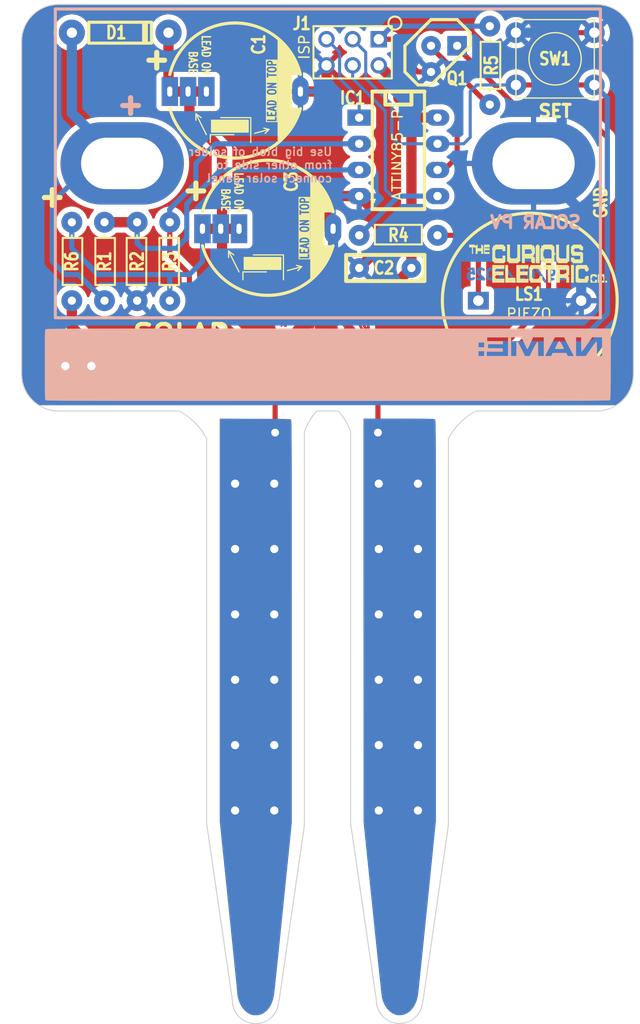
<source format=kicad_pcb>
(kicad_pcb (version 20241229) (generator "pcbnew") (generator_version "9.0")
  (layers (0 "F.Cu" signal) (2 "B.Cu" signal) (13 "F.Paste" user) (15 "B.Paste" user) (5 "F.SilkS" user "F.Silkscreen") (7 "B.SilkS" user "B.Silkscreen") (1 "F.Mask" user) (3 "B.Mask" user) (25 "Edge.Cuts" user))
  (net 0 "")
  (net 1 "GND")
  (net 2 "Net-(D1-A)")
  (net 3 "VCC")
  (net 4 "Net-(D2-A)")
  (net 5 "Net-(IC1-PB5(~{RESET}{slash}dW{slash}ADC0{slash}PCINT5))")
  (net 6 "/Vsolar")
  (net 7 "Net-(P3-Pin_2)")
  (net 8 "/LED")
  (net 9 "Net-(Q1-B)")
  (net 10 "/SOIL_POWER")
  (net 11 "/PIEZO")
  (net 12 "/SOIL_SENSE")
  (net 13 "Net-(LS1-Pad1)")
  (footprint "REInnovationFootprint:TH_Diode_1" (layer "F.Cu") (at 112.268 88.265)
    (property "Reference" "D1")
    (property "Value" "1N5819" (hide yes))
  )
  (footprint "REInnovationFootprint:LED-5MM_larg_pad_REV" (layer "F.Cu") (at 108.585 120.65 180)
    (property "Reference" "D2")
    (property "Value" "LED" (hide yes))
  )
  (footprint "REInnovationFootprint:DIP-8_300_ELL" (layer "F.Cu") (at 139.7 104.14 -90)
    (property "Reference" "IC1")
    (property "Value" "ATTINY85-P")
  )
  (footprint "REInnovationFootprint:TH3x2_ISP" (layer "F.Cu") (at 134.62 90.17 180)
    (property "Reference" "J1")
    (property "Value" "ISP")
  )
  (footprint "REInnovationFootprint:TO92-EBC_large_pad" (layer "F.Cu") (at 144.145 90.805)
    (property "Reference" "Q1")
    (property "Value" "BC547" (hide yes))
  )
  (footprint "REInnovationFootprint:TH_Resistor_1" (layer "F.Cu") (at 111.125 110.49 -90)
    (property "Reference" "R1")
    (property "Value" "470k" (hide yes))
  )
  (footprint "REInnovationFootprint:TH_Resistor_1" (layer "F.Cu") (at 114.3 110.49 90)
    (property "Reference" "R2")
    (property "Value" "10k" (hide yes))
  )
  (footprint "REInnovationFootprint:TH_Resistor_1" (layer "F.Cu") (at 117.475 110.49 90)
    (property "Reference" "R3")
    (property "Value" "100k" (hide yes))
  )
  (footprint "REInnovationFootprint:TH_Resistor_1" (layer "F.Cu") (at 139.7 107.95)
    (property "Reference" "R4")
    (property "Value" "120" (hide yes))
  )
  (footprint "REInnovationFootprint:TH_Resistor_1" (layer "F.Cu") (at 148.59 91.44 -90)
    (property "Reference" "R5")
    (property "Value" "1k" (hide yes))
  )
  (footprint "REInnovationFootprint:TH_Resistor_1" (layer "F.Cu") (at 107.95 110.49 -90)
    (property "Reference" "R6")
    (property "Value" "330" (hide yes))
  )
  (footprint "REInnovationFootprint:SW_PUSH_SMALL_lg_pad" (layer "F.Cu") (at 154.94 90.805)
    (property "Reference" "SW1")
    (property "Value" "SET")
  )
  (footprint "CuriousElectric3:2020_04_14_SolarSoilSensorPCB_Outline_linkedpad" (layer "F.Cu") (at 132.715 134.62)
    (property "Reference" "P3" (hide yes))
    (property "Value" "SOIL_SENSOR" (hide yes))
    (fp_line (start -29.65304 -45.509385) (end -29.65304 -13.190945) (stroke (width 0.1)) (layer "Edge.Cuts"))
    (fp_line (start -29.65304 -13.190945) (end -29.634573 -12.822792) (stroke (width 0.1)) (layer "Edge.Cuts"))
    (fp_line (start -29.634573 -45.877538) (end -29.65304 -45.509385) (stroke (width 0.1)) (layer "Edge.Cuts"))
    (fp_line (start -29.634573 -12.822792) (end -29.580354 -12.465501) (stroke (width 0.1)) (layer "Edge.Cuts"))
    (fp_line (start -29.580354 -46.234828) (end -29.634573 -45.877538) (stroke (width 0.1)) (layer "Edge.Cuts"))
    (fp_line (start -29.580354 -12.465501) (end -29.492161 -12.120851) (stroke (width 0.1)) (layer "Edge.Cuts"))
    (fp_line (start -29.492161 -46.579478) (end -29.580354 -46.234828) (stroke (width 0.1)) (layer "Edge.Cuts"))
    (fp_line (start -29.492161 -12.120851) (end -29.371772 -11.790621) (stroke (width 0.1)) (layer "Edge.Cuts"))
    (fp_line (start -29.371772 -46.909708) (end -29.492161 -46.579478) (stroke (width 0.1)) (layer "Edge.Cuts"))
    (fp_line (start -29.371772 -11.790621) (end -29.220962 -11.476589) (stroke (width 0.1)) (layer "Edge.Cuts"))
    (fp_line (start -29.220962 -47.223741) (end -29.371772 -46.909708) (stroke (width 0.1)) (layer "Edge.Cuts"))
    (fp_line (start -29.220962 -11.476589) (end -29.04151 -11.180533) (stroke (width 0.1)) (layer "Edge.Cuts"))
    (fp_line (start -29.04151 -47.519797) (end -29.220962 -47.223741) (stroke (width 0.1)) (layer "Edge.Cuts"))
    (fp_line (start -29.04151 -11.180533) (end -28.835192 -10.904232) (stroke (width 0.1)) (layer "Edge.Cuts"))
    (fp_line (start -28.835192 -47.796098) (end -29.04151 -47.519797) (stroke (width 0.1)) (layer "Edge.Cuts"))
    (fp_line (start -28.835192 -10.904232) (end -28.603784 -10.649464) (stroke (width 0.1)) (layer "Edge.Cuts"))
    (fp_line (start -28.603784 -48.050865) (end -28.835192 -47.796098) (stroke (width 0.1)) (layer "Edge.Cuts"))
    (fp_line (start -28.603784 -10.649464) (end -28.349065 -10.418008) (stroke (width 0.1)) (layer "Edge.Cuts"))
    (fp_line (start -28.349065 -48.282321) (end -28.603784 -48.050865) (stroke (width 0.1)) (layer "Edge.Cuts"))
    (fp_line (start -28.349065 -10.418008) (end -28.072811 -10.211643) (stroke (width 0.1)) (layer "Edge.Cuts"))
    (fp_line (start -28.072811 -48.488686) (end -28.349065 -48.282321) (stroke (width 0.1)) (layer "Edge.Cuts"))
    (fp_line (start -28.072811 -10.211643) (end -27.776798 -10.032147) (stroke (width 0.1)) (layer "Edge.Cuts"))
    (fp_line (start -27.776798 -48.668182) (end -28.072811 -48.488686) (stroke (width 0.1)) (layer "Edge.Cuts"))
    (fp_line (start -27.776798 -10.032147) (end -27.462805 -9.881298) (stroke (width 0.1)) (layer "Edge.Cuts"))
    (fp_line (start -27.462805 -48.81903) (end -27.776798 -48.668182) (stroke (width 0.1)) (layer "Edge.Cuts"))
    (fp_line (start -27.462805 -9.881298) (end -27.132608 -9.760876) (stroke (width 0.1)) (layer "Edge.Cuts"))
    (fp_line (start -27.132608 -48.939453) (end -27.462805 -48.81903) (stroke (width 0.1)) (layer "Edge.Cuts"))
    (fp_line (start -27.132608 -9.760876) (end -26.787983 -9.672658) (stroke (width 0.1)) (layer "Edge.Cuts"))
    (fp_line (start -26.787983 -49.027671) (end -27.132608 -48.939453) (stroke (width 0.1)) (layer "Edge.Cuts"))
    (fp_line (start -26.787983 -9.672658) (end -26.430709 -9.618423) (stroke (width 0.1)) (layer "Edge.Cuts"))
    (fp_line (start -26.430709 -49.081906) (end -26.787983 -49.027671) (stroke (width 0.1)) (layer "Edge.Cuts"))
    (fp_line (start -26.430709 -9.618423) (end -26.062562 -9.599949) (stroke (width 0.1)) (layer "Edge.Cuts"))
    (fp_line (start -26.062562 -49.10038) (end -26.430709 -49.081906) (stroke (width 0.1)) (layer "Edge.Cuts"))
    (fp_line (start -26.062562 -49.10038) (end -26.062562 -49.10038) (stroke (width 0.1)) (layer "Edge.Cuts"))
    (fp_line (start -26.062562 -9.599949) (end -14.363535 -9.599949) (stroke (width 0.1)) (layer "Edge.Cuts"))
    (fp_line (start -14.363535 -9.599949) (end -13.943122 -9.368205) (stroke (width 0.1)) (layer "Edge.Cuts"))
    (fp_line (start -13.943122 -9.368205) (end -13.539723 -9.100266) (stroke (width 0.1)) (layer "Edge.Cuts"))
    (fp_line (start -13.539723 -9.100266) (end -13.156491 -8.799294) (stroke (width 0.1)) (layer "Edge.Cuts"))
    (fp_line (start -13.156491 -8.799294) (end -12.796575 -8.468454) (stroke (width 0.1)) (layer "Edge.Cuts"))
    (fp_line (start -12.796575 -8.468454) (end -12.463128 -8.110909) (stroke (width 0.1)) (layer "Edge.Cuts"))
    (fp_line (start -12.463128 -8.110909) (end -12.1593 -7.729821) (stroke (width 0.1)) (layer "Edge.Cuts"))
    (fp_line (start -12.1593 -7.729821) (end -11.888242 -7.328355) (stroke (width 0.1)) (layer "Edge.Cuts"))
    (fp_line (start -11.888242 -7.328355) (end -11.653106 -6.909673) (stroke (width 0.1)) (layer "Edge.Cuts"))
    (fp_line (start -11.653106 -6.909673) (end -11.653106 30.652373) (stroke (width 0.1)) (layer "Edge.Cuts"))
    (fp_line (start -11.653106 30.652373) (end -11.623136 30.652373) (stroke (width 0.1)) (layer "Edge.Cuts"))
    (fp_line (start -11.629336 30.676163) (end -9.153001 47.64825) (stroke (width 0.1)) (layer "Edge.Cuts"))
    (fp_line (start -11.623136 30.652373) (end -11.629336 30.676163) (stroke (width 0.1)) (layer "Edge.Cuts"))
    (fp_line (start -9.153001 47.64825) (end -9.153001 47.66635) (stroke (width 0.1)) (layer "Edge.Cuts"))
    (fp_line (start -9.153001 47.66635) (end -9.141427 47.897037) (stroke (width 0.1)) (layer "Edge.Cuts"))
    (fp_line (start -9.141427 47.897037) (end -9.107448 48.120914) (stroke (width 0.1)) (layer "Edge.Cuts"))
    (fp_line (start -9.107448 48.120914) (end -9.052177 48.336868) (stroke (width 0.1)) (layer "Edge.Cuts"))
    (fp_line (start -9.052177 48.336868) (end -8.976729 48.543784) (stroke (width 0.1)) (layer "Edge.Cuts"))
    (fp_line (start -8.976729 48.543784) (end -8.882218 48.740548) (stroke (width 0.1)) (layer "Edge.Cuts"))
    (fp_line (start -8.882218 48.740548) (end -8.769757 48.926047) (stroke (width 0.1)) (layer "Edge.Cuts"))
    (fp_line (start -8.769757 48.926047) (end -8.640461 49.099166) (stroke (width 0.1)) (layer "Edge.Cuts"))
    (fp_line (start -8.640461 49.099166) (end -8.495444 49.258791) (stroke (width 0.1)) (layer "Edge.Cuts"))
    (fp_line (start -8.495444 49.258791) (end -8.335819 49.403809) (stroke (width 0.1)) (layer "Edge.Cuts"))
    (fp_line (start -8.335819 49.403809) (end -8.1627 49.533106) (stroke (width 0.1)) (layer "Edge.Cuts"))
    (fp_line (start -8.1627 49.533106) (end -7.977202 49.645566) (stroke (width 0.1)) (layer "Edge.Cuts"))
    (fp_line (start -7.977202 49.645566) (end -7.780439 49.740078) (stroke (width 0.1)) (layer "Edge.Cuts"))
    (fp_line (start -7.780439 49.740078) (end -7.573524 49.815526) (stroke (width 0.1)) (layer "Edge.Cuts"))
    (fp_line (start -7.573524 49.815526) (end -7.357571 49.870797) (stroke (width 0.1)) (layer "Edge.Cuts"))
    (fp_line (start -7.357571 49.870797) (end -7.133695 49.904776) (stroke (width 0.1)) (layer "Edge.Cuts"))
    (fp_line (start -7.133695 49.904776) (end -6.903009 49.91635) (stroke (width 0.1)) (layer "Edge.Cuts"))
    (fp_line (start -6.903009 49.91635) (end -6.672324 49.904776) (stroke (width 0.1)) (layer "Edge.Cuts"))
    (fp_line (start -6.672324 49.904776) (end -6.448449 49.870797) (stroke (width 0.1)) (layer "Edge.Cuts"))
    (fp_line (start -6.448449 49.870797) (end -6.232496 49.815526) (stroke (width 0.1)) (layer "Edge.Cuts"))
    (fp_line (start -6.232496 49.815526) (end -6.025582 49.740078) (stroke (width 0.1)) (layer "Edge.Cuts"))
    (fp_line (start -6.025582 49.740078) (end -5.828818 49.645566) (stroke (width 0.1)) (layer "Edge.Cuts"))
    (fp_line (start -5.828818 49.645566) (end -5.64332 49.533106) (stroke (width 0.1)) (layer "Edge.Cuts"))
    (fp_line (start -5.64332 49.533106) (end -5.470201 49.403809) (stroke (width 0.1)) (layer "Edge.Cuts"))
    (fp_line (start -5.470201 49.403809) (end -5.310576 49.258791) (stroke (width 0.1)) (layer "Edge.Cuts"))
    (fp_line (start -5.310576 49.258791) (end -5.165558 49.099166) (stroke (width 0.1)) (layer "Edge.Cuts"))
    (fp_line (start -5.165558 49.099166) (end -5.036262 48.926047) (stroke (width 0.1)) (layer "Edge.Cuts"))
    (fp_line (start -5.036262 48.926047) (end -4.923801 48.740548) (stroke (width 0.1)) (layer "Edge.Cuts"))
    (fp_line (start -4.923801 48.740548) (end -4.829289 48.543784) (stroke (width 0.1)) (layer "Edge.Cuts"))
    (fp_line (start -4.829289 48.543784) (end -4.75384 48.336868) (stroke (width 0.1)) (layer "Edge.Cuts"))
    (fp_line (start -4.75384 48.336868) (end -4.69857 48.120914) (stroke (width 0.1)) (layer "Edge.Cuts"))
    (fp_line (start -4.69857 48.120914) (end -4.66459 47.897037) (stroke (width 0.1)) (layer "Edge.Cuts"))
    (fp_line (start -4.66459 47.897037) (end -4.653016 47.66635) (stroke (width 0.1)) (layer "Edge.Cuts"))
    (fp_line (start -4.653016 47.64825) (end -4.605996 47.64825) (stroke (width 0.1)) (layer "Edge.Cuts"))
    (fp_line (start -4.653016 47.66635) (end -4.653016 47.64825) (stroke (width 0.1)) (layer "Edge.Cuts"))
    (fp_line (start -4.605996 47.64825) (end -2.152911 30.652386) (stroke (width 0.1)) (layer "Edge.Cuts"))
    (fp_line (start -2.152911 -7.611957) (end -1.8921 -8.21109) (stroke (width 0.1)) (layer "Edge.Cuts"))
    (fp_line (start -2.152911 30.652386) (end -2.152911 -7.611957) (stroke (width 0.1)) (layer "Edge.Cuts"))
    (fp_line (start -1.8921 -8.21109) (end -1.596511 -8.749832) (stroke (width 0.1)) (layer "Edge.Cuts"))
    (fp_line (start -1.596511 -8.749832) (end -1.438242 -8.992947) (stroke (width 0.1)) (layer "Edge.Cuts"))
    (fp_line (start -1.438242 -8.992947) (end -1.27436 -9.216634) (stroke (width 0.1)) (layer "Edge.Cuts"))
    (fp_line (start -1.27436 -9.216634) (end -1.105892 -9.419449) (stroke (width 0.1)) (layer "Edge.Cuts"))
    (fp_line (start -1.105892 -9.419449) (end -0.933865 -9.599949) (stroke (width 0.1)) (layer "Edge.Cuts"))
    (fp_line (start -0.933865 -9.599949) (end 1.127507 -9.599949) (stroke (width 0.1)) (layer "Edge.Cuts"))
    (fp_line (start 1.127507 -9.599949) (end 1.299528 -9.419412) (stroke (width 0.1)) (layer "Edge.Cuts"))
    (fp_line (start 1.299528 -9.419412) (end 1.467996 -9.216532) (stroke (width 0.1)) (layer "Edge.Cuts"))
    (fp_line (start 1.467996 -9.216532) (end 1.63188 -8.992762) (stroke (width 0.1)) (layer "Edge.Cuts"))
    (fp_line (start 1.63188 -8.992762) (end 1.790154 -8.749556) (stroke (width 0.1)) (layer "Edge.Cuts"))
    (fp_line (start 1.790154 -8.749556) (end 2.08575 -8.21065) (stroke (width 0.1)) (layer "Edge.Cuts"))
    (fp_line (start 2.08575 -8.21065) (end 2.346553 -7.611441) (stroke (width 0.1)) (layer "Edge.Cuts"))
    (fp_line (start 2.346553 -7.611441) (end 2.346553 30.636355) (stroke (width 0.1)) (layer "Edge.Cuts"))
    (fp_line (start 2.346553 30.636355) (end 2.376533 30.636355) (stroke (width 0.1)) (layer "Edge.Cuts"))
    (fp_line (start 2.370333 30.660115) (end 4.846666 47.6322) (stroke (width 0.1)) (layer "Edge.Cuts"))
    (fp_line (start 2.376533 30.636355) (end 2.370333 30.660115) (stroke (width 0.1)) (layer "Edge.Cuts"))
    (fp_line (start 4.846666 47.6322) (end 4.846666 47.6503) (stroke (width 0.1)) (layer "Edge.Cuts"))
    (fp_line (start 4.846666 47.6503) (end 4.85824 47.880987) (stroke (width 0.1)) (layer "Edge.Cuts"))
    (fp_line (start 4.85824 47.880987) (end 4.892219 48.104864) (stroke (width 0.1)) (layer "Edge.Cuts"))
    (fp_line (start 4.892219 48.104864) (end 4.94749 48.320818) (stroke (width 0.1)) (layer "Edge.Cuts"))
    (fp_line (start 4.94749 48.320818) (end 5.022938 48.527734) (stroke (width 0.1)) (layer "Edge.Cuts"))
    (fp_line (start 5.022938 48.527734) (end 5.117449 48.724498) (stroke (width 0.1)) (layer "Edge.Cuts"))
    (fp_line (start 5.117449 48.724498) (end 5.22991 48.909997) (stroke (width 0.1)) (layer "Edge.Cuts"))
    (fp_line (start 5.22991 48.909997) (end 5.359206 49.083116) (stroke (width 0.1)) (layer "Edge.Cuts"))
    (fp_line (start 5.359206 49.083116) (end 5.504224 49.242741) (stroke (width 0.1)) (layer "Edge.Cuts"))
    (fp_line (start 5.504224 49.242741) (end 5.663849 49.387759) (stroke (width 0.1)) (layer "Edge.Cuts"))
    (fp_line (start 5.663849 49.387759) (end 5.836968 49.517056) (stroke (width 0.1)) (layer "Edge.Cuts"))
    (fp_line (start 5.836968 49.517056) (end 6.022466 49.629516) (stroke (width 0.1)) (layer "Edge.Cuts"))
    (fp_line (start 6.022466 49.629516) (end 6.219229 49.724028) (stroke (width 0.1)) (layer "Edge.Cuts"))
    (fp_line (start 6.219229 49.724028) (end 6.426144 49.799476) (stroke (width 0.1)) (layer "Edge.Cuts"))
    (fp_line (start 6.426144 49.799476) (end 6.642097 49.854747) (stroke (width 0.1)) (layer "Edge.Cuts"))
    (fp_line (start 6.642097 49.854747) (end 6.865973 49.888726) (stroke (width 0.1)) (layer "Edge.Cuts"))
    (fp_line (start 6.865973 49.888726) (end 7.096659 49.9003) (stroke (width 0.1)) (layer "Edge.Cuts"))
    (fp_line (start 7.096659 49.9003) (end 7.327344 49.888726) (stroke (width 0.1)) (layer "Edge.Cuts"))
    (fp_line (start 7.327344 49.888726) (end 7.551219 49.854747) (stroke (width 0.1)) (layer "Edge.Cuts"))
    (fp_line (start 7.551219 49.854747) (end 7.767172 49.799476) (stroke (width 0.1)) (layer "Edge.Cuts"))
    (fp_line (start 7.767172 49.799476) (end 7.974086 49.724028) (stroke (width 0.1)) (layer "Edge.Cuts"))
    (fp_line (start 7.974086 49.724028) (end 8.17085 49.629516) (stroke (width 0.1)) (layer "Edge.Cuts"))
    (fp_line (start 8.17085 49.629516) (end 8.356348 49.517056) (stroke (width 0.1)) (layer "Edge.Cuts"))
    (fp_line (start 8.356348 49.517056) (end 8.529467 49.387759) (stroke (width 0.1)) (layer "Edge.Cuts"))
    (fp_line (start 8.529467 49.387759) (end 8.689092 49.242741) (stroke (width 0.1)) (layer "Edge.Cuts"))
    (fp_line (start 8.689092 49.242741) (end 8.83411 49.083116) (stroke (width 0.1)) (layer "Edge.Cuts"))
    (fp_line (start 8.83411 49.083116) (end 8.963406 48.909997) (stroke (width 0.1)) (layer "Edge.Cuts"))
    (fp_line (start 8.963406 48.909997) (end 9.075867 48.724498) (stroke (width 0.1)) (layer "Edge.Cuts"))
    (fp_line (start 9.075867 48.724498) (end 9.170379 48.527734) (stroke (width 0.1)) (layer "Edge.Cuts"))
    (fp_line (start 9.170379 48.527734) (end 9.245828 48.320818) (stroke (width 0.1)) (layer "Edge.Cuts"))
    (fp_line (start 9.245828 48.320818) (end 9.301098 48.104864) (stroke (width 0.1)) (layer "Edge.Cuts"))
    (fp_line (start 9.301098 48.104864) (end 9.335078 47.880987) (stroke (width 0.1)) (layer "Edge.Cuts"))
    (fp_line (start 9.335078 47.880987) (end 9.346652 47.6503) (stroke (width 0.1)) (layer "Edge.Cuts"))
    (fp_line (start 9.346652 47.6322) (end 9.393672 47.6322) (stroke (width 0.1)) (layer "Edge.Cuts"))
    (fp_line (start 9.346652 47.6503) (end 9.346652 47.6322) (stroke (width 0.1)) (layer "Edge.Cuts"))
    (fp_line (start 9.393672 47.6322) (end 11.846762 30.636345) (stroke (width 0.1)) (layer "Edge.Cuts"))
    (fp_line (start 11.846762 -6.904506) (end 12.081534 -7.324361) (stroke (width 0.1)) (layer "Edge.Cuts"))
    (fp_line (start 11.846762 30.636345) (end 11.846762 -6.904506) (stroke (width 0.1)) (layer "Edge.Cuts"))
    (fp_line (start 12.081534 -7.324361) (end 12.352231 -7.726788) (stroke (width 0.1)) (layer "Edge.Cuts"))
    (fp_line (start 12.352231 -7.726788) (end 12.655744 -8.108656) (stroke (width 0.1)) (layer "Edge.Cuts"))
    (fp_line (start 12.655744 -8.108656) (end 12.988961 -8.466832) (stroke (width 0.1)) (layer "Edge.Cuts"))
    (fp_line (start 12.988961 -8.466832) (end 13.348772 -8.798182) (stroke (width 0.1)) (layer "Edge.Cuts"))
    (fp_line (start 13.348772 -8.798182) (end 13.732068 -9.099573) (stroke (width 0.1)) (layer "Edge.Cuts"))
    (fp_line (start 13.732068 -9.099573) (end 14.135738 -9.367873) (stroke (width 0.1)) (layer "Edge.Cuts"))
    (fp_line (start 14.135738 -9.367873) (end 14.556672 -9.599949) (stroke (width 0.1)) (layer "Edge.Cuts"))
    (fp_line (start 14.556672 -9.599949) (end 26.256216 -9.599949) (stroke (width 0.1)) (layer "Edge.Cuts"))
    (fp_line (start 26.256216 -49.10038) (end -26.062562 -49.10038) (stroke (width 0.1)) (layer "Edge.Cuts"))
    (fp_line (start 26.256216 -9.599949) (end 26.624363 -9.618423) (stroke (width 0.1)) (layer "Edge.Cuts"))
    (fp_line (start 26.624363 -49.081906) (end 26.256216 -49.10038) (stroke (width 0.1)) (layer "Edge.Cuts"))
    (fp_line (start 26.624363 -9.618423) (end 26.981638 -9.672658) (stroke (width 0.1)) (layer "Edge.Cuts"))
    (fp_line (start 26.981638 -49.027671) (end 26.624363 -49.081906) (stroke (width 0.1)) (layer "Edge.Cuts"))
    (fp_line (start 26.981638 -9.672658) (end 27.326262 -9.760876) (stroke (width 0.1)) (layer "Edge.Cuts"))
    (fp_line (start 27.326262 -48.939453) (end 26.981638 -49.027671) (stroke (width 0.1)) (layer "Edge.Cuts"))
    (fp_line (start 27.326262 -9.760876) (end 27.656459 -9.881298) (stroke (width 0.1)) (layer "Edge.Cuts"))
    (fp_line (start 27.656459 -9.881298) (end 27.970453 -10.032147) (stroke (width 0.1)) (layer "Edge.Cuts"))
    (fp_line (start 27.65646 -48.81903) (end 27.326262 -48.939453) (stroke (width 0.1)) (layer "Edge.Cuts"))
    (fp_line (start 27.970453 -48.668182) (end 27.65646 -48.81903) (stroke (width 0.1)) (layer "Edge.Cuts"))
    (fp_line (start 27.970453 -10.032147) (end 28.266465 -10.211643) (stroke (width 0.1)) (layer "Edge.Cuts"))
    (fp_line (start 28.266465 -10.211643) (end 28.54272 -10.418008) (stroke (width 0.1)) (layer "Edge.Cuts"))
    (fp_line (start 28.266466 -48.488686) (end 27.970453 -48.668182) (stroke (width 0.1)) (layer "Edge.Cuts"))
    (fp_line (start 28.54272 -48.282321) (end 28.266466 -48.488686) (stroke (width 0.1)) (layer "Edge.Cuts"))
    (fp_line (start 28.54272 -10.418008) (end 28.797439 -10.649464) (stroke (width 0.1)) (layer "Edge.Cuts"))
    (fp_line (start 28.797439 -10.649464) (end 29.028847 -10.904232) (stroke (width 0.1)) (layer "Edge.Cuts"))
    (fp_line (start 28.79744 -48.050865) (end 28.54272 -48.282321) (stroke (width 0.1)) (layer "Edge.Cuts"))
    (fp_line (start 29.028847 -47.796098) (end 28.79744 -48.050865) (stroke (width 0.1)) (layer "Edge.Cuts"))
    (fp_line (start 29.028847 -10.904232) (end 29.235165 -11.180533) (stroke (width 0.1)) (layer "Edge.Cuts"))
    (fp_line (start 29.235165 -11.180533) (end 29.414618 -11.476589) (stroke (width 0.1)) (layer "Edge.Cuts"))
    (fp_line (start 29.235166 -47.519797) (end 29.028847 -47.796098) (stroke (width 0.1)) (layer "Edge.Cuts"))
    (fp_line (start 29.414618 -47.223741) (end 29.235166 -47.519797) (stroke (width 0.1)) (layer "Edge.Cuts"))
    (fp_line (start 29.414618 -11.476589) (end 29.565427 -11.790621) (stroke (width 0.1)) (layer "Edge.Cuts"))
    (fp_line (start 29.565427 -11.790621) (end 29.685817 -12.120851) (stroke (width 0.1)) (layer "Edge.Cuts"))
    (fp_line (start 29.565428 -46.909708) (end 29.414618 -47.223741) (stroke (width 0.1)) (layer "Edge.Cuts"))
    (fp_line (start 29.685817 -46.579478) (end 29.565428 -46.909708) (stroke (width 0.1)) (layer "Edge.Cuts"))
    (fp_line (start 29.685817 -12.120851) (end 29.774009 -12.465501) (stroke (width 0.1)) (layer "Edge.Cuts"))
    (fp_line (start 29.774009 -46.234828) (end 29.685817 -46.579478) (stroke (width 0.1)) (layer "Edge.Cuts"))
    (fp_line (start 29.774009 -12.465501) (end 29.828228 -12.822792) (stroke (width 0.1)) (layer "Edge.Cuts"))
    (fp_line (start 29.828228 -45.877538) (end 29.774009 -46.234828) (stroke (width 0.1)) (layer "Edge.Cuts"))
    (fp_line (start 29.828228 -12.822792) (end 29.846695 -13.190945) (stroke (width 0.1)) (layer "Edge.Cuts"))
    (fp_line (start 29.846695 -45.509385) (end 29.828228 -45.877538) (stroke (width 0.1)) (layer "Edge.Cuts"))
    (fp_line (start 29.846695 -13.190945) (end 29.846695 -45.509385) (stroke (width 0.1)) (layer "Edge.Cuts"))
  )
  (footprint "REInnovationFootprint:TH_PIEZO_17x7" (layer "F.Cu") (at 152.48 114.3)
    (property "Reference" "LS1")
    (property "Value" "PIEZO")
  )
  (footprint "CuriousElectric3:2020_04_14_CuriousElectricCompany_Logo_Round_10mm_FCu" (layer "F.Cu") (at 133.731 117.729)
    (property "Reference" "P7" (hide yes))
    (property "Value" "LOGO1" (hide yes))
  )
  (footprint "REInnovationFootprint:C1_wide_lg_pad" (layer "F.Cu") (at 139.7 111.125 180)
    (property "Reference" "C2")
    (property "Value" "100n" (hide yes))
  )
  (footprint "REInnovationFootprint:C_0_47F_SuperCap_3POS" (layer "F.Cu") (at 123.825 93.98)
    (property "Reference" "C1")
    (property "Value" "0.47F" (hide yes))
  )
  (footprint "CuriousElectric3:TCEC_Words_13mm" (layer "F.Cu") (at 146.3175 108.585)
    (property "Reference" "P8" (hide yes))
    (property "Value" "LOGO2" (hide yes))
  )
  (footprint "REInnovationFootprint:C_0_47F_SuperCap_3POS" (layer "F.Cu") (at 127 107.315)
    (property "Reference" "C3")
    (property "Value" "0.47F" (hide yes))
  )
  (footprint "REInnovationFootprint:PV_53x30mm_Area" (layer "B.Cu") (at 156.845 85.965 -90)
    (property "Reference" "SC1" (hide yes))
    (property "Value" "SOLAR PV")
  )
  (gr_text "29/05/2025" (at 151.13 111.76 0) (layer "B.Cu") (effects (font (size 1 1) (thickness 0.25)) (justify mirror)))
  (gr_text "GND" (at 159.385 104.775 90) (layer "F.SilkS") (effects (font (size 1.2 1) (thickness 0.25))))
  (gr_text "SOLAR\nSOIL\nSENSOR" (at 113.665 120.015 0) (layer "F.SilkS") (effects (font (size 1.6 2) (thickness 0.4)) (justify left)))
  (gr_text "+" (at 106.045 104.14 0) (layer "F.SilkS") (effects (font (size 2 2) (thickness 0.5)) (justify mirror)))
  (gr_text "Use big blob of solder \nfrom other side to \nconnect solar panel\n" (at 133.35 102.87 0) (layer "B.SilkS") (effects (font (size 0.8 0.8)) (justify left bottom mirror)))
  (segment (start 149.86 89.535) (end 147.955 89.535) (width 0.5) (layer "F.Cu") (net 1))
  (segment (start 138.43 106.68) (end 138.43 107.95) (width 1) (layer "F.Cu") (net 1))
  (segment (start 135.89 104.14) (end 132.715 104.14) (width 1) (layer "F.Cu") (net 1))
  (segment (start 132.715 104.14) (end 132.715 106.68) (width 1) (layer "F.Cu") (net 1))
  (segment (start 132.715 106.68) (end 133.35 107.315) (width 1) (layer "F.Cu") (net 1))
  (segment (start 132.715 93.98) (end 132.715 104.14) (width 1) (layer "F.Cu") (net 1))
  (segment (start 147.955 89.535) (end 147.955 89.268) (width 0.5) (layer "F.Cu") (net 1))
  (segment (start 135.89 104.14) (end 138.43 106.68) (width 1) (layer "F.Cu") (net 1))
  (segment (start 132.715 91.44) (end 132.715 93.98) (width 1) (layer "F.Cu") (net 1))
  (segment (start 147.955 89.268) (end 145.682 86.995) (width 0.5) (layer "F.Cu") (net 1))
  (segment (start 151.13 88.265) (end 158.75 88.265) (width 0.5) (layer "F.Cu") (net 1))
  (segment (start 132.08 86.995) (end 130.175 88.9) (width 0.5) (layer "F.Cu") (net 1))
  (segment (start 151.13 88.265) (end 149.86 89.535) (width 0.5) (layer "F.Cu") (net 1))
  (segment (start 141.605 92.075) (end 140.97 91.44) (width 0.5) (layer "F.Cu") (net 1))
  (segment (start 142.875 92.075) (end 141.605 92.075) (width 0.5) (layer "F.Cu") (net 1))
  (segment (start 140.97 91.44) (end 140.97 86.995) (width 0.5) (layer "F.Cu") (net 1))
  (segment (start 145.682 86.995) (end 140.97 86.995) (width 0.5) (layer "F.Cu") (net 1))
  (segment (start 130.175 88.9) (end 130.175 93.98) (width 0.5) (layer "F.Cu") (net 1))
  (segment (start 130.175 93.98) (end 132.715 93.98) (width 1) (layer "F.Cu") (net 1))
  (segment (start 138.43 108.585) (end 135.89 111.125) (width 1) (layer "F.Cu") (net 1))
  (segment (start 138.43 107.95) (end 138.43 108.585) (width 1) (layer "F.Cu") (net 1))
  (segment (start 140.97 86.995) (end 132.08 86.995) (width 0.5) (layer "F.Cu") (net 1))
  (segment (start 133.35 113.665) (end 133.35 107.315) (width 1) (layer "B.Cu") (net 1))
  (segment (start 153.67 88.265) (end 151.13 88.265) (width 1) (layer "B.Cu") (net 1))
  (segment (start 135.89 116.205) (end 133.35 113.665) (width 1) (layer "B.Cu") (net 1))
  (segment (start 116.205 116.205) (end 130.81 116.205) (width 0.5) (layer "B.Cu") (net 1))
  (segment (start 155.575 98.948205) (end 155.575 90.17) (width 1) (layer "B.Cu") (net 1))
  (segment (start 155.575 116.205) (end 135.89 116.205) (width 1) (layer "B.Cu") (net 1))
  (segment (start 155.575 90.17) (end 153.67 88.265) (width 1) (layer "B.Cu") (net 1))
  (segment (start 157.48 114.3) (end 155.575 116.205) (width 1) (layer "B.Cu") (net 1))
  (segment (start 114.3 114.3) (end 116.205 116.205) (width 0.5) (layer "B.Cu") (net 1))
  (segment (start 157.48 105.6) (end 157.48 114.3) (width 1) (layer "B.Cu") (net 1))
  (segment (start 130.81 116.205) (end 133.35 113.665) (width 0.5) (layer "B.Cu") (net 1))
  (segment (start 152.845 100.965) (end 153.558205 100.965) (width 1) (layer "B.Cu") (net 1))
  (segment (start 152.845 100.965) (end 157.48 105.6) (width 1) (layer "B.Cu") (net 1))
  (segment (start 153.558205 100.965) (end 155.575 98.948205) (width 1) (layer "B.Cu") (net 1))
  (segment (start 107.95 88.265) (end 107.95 96.07) (width 1) (layer "B.Cu") (net 2))
  (segment (start 107.315 111.76) (end 106.045 110.49) (width 0.5) (layer "B.Cu") (net 2))
  (segment (start 106.045 110.49) (end 106.045 104.775) (width 0.5) (layer "B.Cu") (net 2))
  (segment (start 111.125 114.3) (end 108.585 111.76) (width 0.5) (layer "B.Cu") (net 2))
  (segment (start 109.855 100.965) (end 112.845 100.965) (width 0.5) (layer "B.Cu") (net 2))
  (segment (start 107.95 96.07) (end 112.845 100.965) (width 1) (layer "B.Cu") (net 2))
  (segment (start 106.045 104.775) (end 109.855 100.965) (width 0.5) (layer "B.Cu") (net 2))
  (segment (start 108.585 111.76) (end 107.315 111.76) (width 0.5) (layer "B.Cu") (net 2))
  (segment (start 140.97 102.235) (end 140.97 111.125) (width 1) (layer "F.Cu") (net 3))
  (segment (start 139.065 113.03) (end 125.095 113.03) (width 1) (layer "F.Cu") (net 3))
  (segment (start 139.7 94.615) (end 139.7 93.345) (width 1) (layer "F.Cu") (net 3))
  (segment (start 117.475 93.98) (end 119.38 93.98) (width 1) (layer "F.Cu") (net 3))
  (segment (start 120.015 97.155) (end 119.38 96.52) (width 1) (layer "F.Cu") (net 3))
  (segment (start 120.65 97.79) (end 120.015 97.155) (width 1) (layer "F.Cu") (net 3))
  (segment (start 122.555 99.695) (end 122.555 107.315) (width 1) (layer "F.Cu") (net 3))
  (segment (start 125.095 113.03) (end 122.555 110.49) (width 1) (layer "F.Cu") (net 3))
  (segment (start 119.38 96.52) (end 119.38 93.98) (width 1) (layer "F.Cu") (net 3))
  (segment (start 143.51 96.52) (end 140.97 96.52) (width 1) (layer "F.Cu") (net 3))
  (segment (start 122.555 110.49) (end 122.555 107.315) (width 1) (layer "F.Cu") (net 3))
  (segment (start 140.97 96.52) (end 140.97 102.235) (width 1) (layer "F.Cu") (net 3))
  (segment (start 140.97 111.125) (end 139.065 113.03) (width 1) (layer "F.Cu") (net 3))
  (segment (start 120.015 97.155) (end 122.555 99.695) (width 1) (layer "F.Cu") (net 3))
  (segment (start 122.555 107.315) (end 124.46 107.315) (width 1) (layer "F.Cu") (net 3))
  (segment (start 119.38 93.98) (end 121.285 93.98) (width 1) (layer "F.Cu") (net 3))
  (segment (start 120.65 107.315) (end 122.555 107.315) (width 1) (layer "F.Cu") (net 3))
  (segment (start 140.97 96.52) (end 140.97 95.885) (width 1) (layer "F.Cu") (net 3))
  (segment (start 140.97 95.885) (end 139.7 94.615) (width 1) (layer "F.Cu") (net 3))
  (segment (start 139.7 93.345) (end 137.795 91.44) (width 1) (layer "F.Cu") (net 3))
  (segment (start 117.348 88.265) (end 117.348 93.853) (width 1) (layer "F.Cu") (net 3))
  (segment (start 117.348 93.853) (end 117.475 93.98) (width 1) (layer "F.Cu") (net 3))
  (segment (start 117.475 114.3) (end 117.475 111.76) (width 0.5) (layer "B.Cu") (net 3))
  (segment (start 107.95 106.68) (end 107.95 109.22) (width 0.5) (layer "B.Cu") (net 3))
  (segment (start 110.49 111.76) (end 117.475 111.76) (width 0.5) (layer "B.Cu") (net 3))
  (segment (start 117.475 111.76) (end 119.38 111.76) (width 0.5) (layer "B.Cu") (net 3))
  (segment (start 120.65 110.49) (end 120.65 107.315) (width 0.5) (layer "B.Cu") (net 3))
  (segment (start 107.95 109.22) (end 110.49 111.76) (width 0.5) (layer "B.Cu") (net 3))
  (segment (start 119.38 111.76) (end 120.65 110.49) (width 0.5) (layer "B.Cu") (net 3))
  (segment (start 109.855 118.745) (end 107.95 116.84) (width 1) (layer "F.Cu") (net 4))
  (segment (start 107.95 116.84) (end 107.95 114.3) (width 1) (layer "F.Cu") (net 4))
  (segment (start 109.855 120.65) (end 109.855 118.745) (width 1) (layer "F.Cu") (net 4))
  (segment (start 135.89 96.52) (end 135.89 94.615) (width 0.3) (layer "B.Cu") (net 5))
  (segment (start 133.985 92.71) (end 133.985 90.17) (width 0.3) (layer "B.Cu") (net 5))
  (segment (start 133.985 90.17) (end 132.715 88.9) (width 0.3) (layer "B.Cu") (net 5))
  (segment (start 135.89 94.615) (end 133.985 92.71) (width 0.3) (layer "B.Cu") (net 5))
  (segment (start 114.3 106.68) (end 111.125 106.68) (width 1) (layer "F.Cu") (net 6))
  (segment (start 118.11 109.22) (end 114.808 109.22) (width 0.5) (layer "B.Cu") (net 6))
  (segment (start 119.126 108.204) (end 118.11 109.22) (width 0.5) (layer "B.Cu") (net 6))
  (segment (start 122.428 101.6) (end 119.126 104.902) (width 0.5) (layer "B.Cu") (net 6))
  (segment (start 114.808 109.22) (end 114.3 108.712) (width 0.5) (layer "B.Cu") (net 6))
  (segment (start 114.3 108.712) (end 114.3 106.68) (width 0.5) (layer "B.Cu") (net 6))
  (segment (start 119.126 104.902) (end 119.126 108.204) (width 0.5) (layer "B.Cu") (net 6))
  (segment (start 135.89 101.6) (end 122.428 101.6) (width 0.5) (layer "B.Cu") (net 6))
  (segment (start 137.715 121.365) (end 138.43 120.65) (width 0.5) (layer "F.Cu") (net 7))
  (segment (start 140.97 118.11) (end 138.43 120.65) (width 0.5) (layer "F.Cu") (net 7))
  (segment (start 145.415 89.535) (end 145.415 89.704652) (width 0.5) (layer "F.Cu") (net 7))
  (segment (start 150.410174 94.699826) (end 151.595348 95.885) (width 0.5) (layer "F.Cu") (net 7))
  (segment (start 138.43 120.65) (end 137.795 121.285) (width 0.5) (layer "F.Cu") (net 7))
  (segment (start 157.48 95.885) (end 160.02 98.425) (width 0.5) (layer "F.Cu") (net 7))
  (segment (start 150.495 118.11) (end 140.97 118.11) (width 0.5) (layer "F.Cu") (net 7))
  (segment (start 154.305 114.3) (end 150.495 118.11) (width 0.5) (layer "F.Cu") (net 7))
  (segment (start 154.94 109.22) (end 154.305 109.855) (width 0.5) (layer "F.Cu") (net 7))
  (segment (start 156.845 95.885) (end 157.48 95.885) (width 0.5) (layer "F.Cu") (net 7))
  (segment (start 160.02 98.425) (end 160.02 104.14) (width 0.5) (layer "F.Cu") (net 7))
  (segment (start 137.715 121.365) (end 137.715 127.12) (width 0.5) (layer "F.Cu") (net 7))
  (segment (start 145.415 89.704652) (end 150.410174 94.699826) (width 0.5) (layer "F.Cu") (net 7))
  (segment (start 154.305 109.855) (end 154.305 114.3) (width 0.5) (layer "F.Cu") (net 7))
  (segment (start 160.02 104.14) (end 154.94 109.22) (width 0.5) (layer "F.Cu") (net 7))
  (segment (start 151.595348 95.885) (end 156.845 95.885) (width 0.5) (layer "F.Cu") (net 7))
  (segment (start 158.75 93.345) (end 151.13 93.345) (width 0.5) (layer "F.Cu") (net 8))
  (segment (start 139.7 99.06) (end 143.51 99.06) (width 0.3) (layer "B.Cu") (net 8))
  (segment (start 136.525 90.17) (end 136.525 92.71) (width 0.3) (layer "B.Cu") (net 8))
  (segment (start 139.065 95.25) (end 139.065 98.425) (width 0.3) (layer "B.Cu") (net 8))
  (segment (start 160.02 94.615) (end 158.75 93.345) (width 0.5) (layer "B.Cu") (net 8))
  (segment (start 107.315 120.65) (end 107.315 118.11) (width 0.5) (layer "B.Cu") (net 8))
  (segment (start 107.315 118.11) (end 107.95 117.475) (width 0.5) (layer "B.Cu") (net 8))
  (segment (start 136.525 92.71) (end 139.065 95.25) (width 0.3) (layer "B.Cu") (net 8))
  (segment (start 160.02 115.57) (end 160.02 94.615) (width 0.5) (layer "B.Cu") (net 8))
  (segment (start 146.05 99.06) (end 146.685 98.425) (width 0.3) (layer "B.Cu") (net 8))
  (segment (start 147.32 93.345) (end 151.13 93.345) (width 0.3) (layer "B.Cu") (net 8))
  (segment (start 146.685 93.98) (end 147.32 93.345) (width 0.3) (layer "B.Cu") (net 8))
  (segment (start 139.065 98.425) (end 139.7 99.06) (width 0.3) (layer "B.Cu") (net 8))
  (segment (start 135.255 88.9) (end 136.525 90.17) (width 0.3) (layer "B.Cu") (net 8))
  (segment (start 146.685 98.425) (end 146.685 93.98) (width 0.3) (layer "B.Cu") (net 8))
  (segment (start 143.51 99.06) (end 146.05 99.06) (width 0.3) (layer "B.Cu") (net 8))
  (segment (start 158.115 117.475) (end 160.02 115.57) (width 0.5) (layer "B.Cu") (net 8))
  (segment (start 107.95 117.475) (end 158.115 117.475) (width 0.5) (layer "B.Cu") (net 8))
  (segment (start 148.59 95.25) (end 148.4565 95.25) (width 0.5) (layer "F.Cu") (net 9))
  (segment (start 148.4565 95.25) (end 142.875 89.6685) (width 0.5) (layer "F.Cu") (net 9))
  (segment (start 142.875 89.6685) (end 142.875 89.535) (width 0.5) (layer "F.Cu") (net 9))
  (segment (start 144.145 93.98) (end 142.24 93.98) (width 0.5) (layer "F.Cu") (net 10))
  (segment (start 143.51 101.6) (end 144.145 101.6) (width 0.5) (layer "F.Cu") (net 10))
  (segment (start 145.415 100.33) (end 145.415 95.25) (width 0.5) (layer "F.Cu") (net 10))
  (segment (start 139.7 89.535) (end 139.065 88.9) (width 0.5) (layer "F.Cu") (net 10))
  (segment (start 139.065 88.9) (end 137.795 88.9) (width 0.5) (layer "F.Cu") (net 10))
  (segment (start 144.145 101.6) (end 145.415 100.33) (width 0.5) (layer "F.Cu") (net 10))
  (segment (start 145.415 95.25) (end 144.145 93.98) (width 0.5) (layer "F.Cu") (net 10))
  (segment (start 139.7 91.44) (end 139.7 89.535) (width 0.5) (layer "F.Cu") (net 10))
  (segment (start 142.24 93.98) (end 139.7 91.44) (width 0.5) (layer "F.Cu") (net 10))
  (segment (start 137.795 88.9) (end 139.065 87.63) (width 0.5) (layer "B.Cu") (net 10))
  (segment (start 139.065 87.63) (end 148.59 87.63) (width 0.5) (layer "B.Cu") (net 10))
  (segment (start 138.43 101.6) (end 138.43 102.235) (width 0.3) (layer "B.Cu") (net 11))
  (segment (start 139.7 104.14) (end 143.51 104.14) (width 0.5) (layer "B.Cu") (net 11))
  (segment (start 138.43 103.505) (end 139.3825 104.4575) (width 0.3) (layer "B.Cu") (net 11))
  (segment (start 139.3825 104.4575) (end 139.7 104.14) (width 0.5) (layer "B.Cu") (net 11))
  (segment (start 135.255 92.71) (end 138.43 95.885) (width 0.3) (layer "B.Cu") (net 11))
  (segment (start 135.255 91.44) (end 135.255 92.71) (width 0.3) (layer "B.Cu") (net 11))
  (segment (start 138.43 95.885) (end 138.43 101.6) (width 0.3) (layer "B.Cu") (net 11))
  (segment (start 140.335 104.14) (end 143.51 104.14) (width 0.3) (layer "B.Cu") (net 11))
  (segment (start 138.43 101.6) (end 138.43 103.505) (width 0.3) (layer "B.Cu") (net 11))
  (segment (start 135.89 107.95) (end 139.3825 104.4575) (width 0.5) (layer "B.Cu") (net 11))
  (segment (start 117.475 106.68) (end 117.475 109.855) (width 0.5) (layer "F.Cu") (net 12))
  (segment (start 119.38 111.76) (end 119.38 113.03) (width 0.5) (layer "F.Cu") (net 12))
  (segment (start 119.38 113.03) (end 127.715 121.365) (width 0.5) (layer "F.Cu") (net 12))
  (segment (start 117.475 109.855) (end 119.38 111.76) (width 0.5) (layer "F.Cu") (net 12))
  (segment (start 127.715 121.365) (end 127.715 127.12) (width 0.5) (layer "F.Cu") (net 12))
  (segment (start 135.89 99.06) (end 121.92 99.06) (width 0.5) (layer "B.Cu") (net 12))
  (segment (start 117.475 105.41) (end 117.475 106.68) (width 0.5) (layer "B.Cu") (net 12))
  (segment (start 120.015 102.87) (end 117.475 105.41) (width 0.5) (layer "B.Cu") (net 12))
  (segment (start 121.92 99.06) (end 120.015 100.965) (width 0.5) (layer "B.Cu") (net 12))
  (segment (start 120.015 100.965) (end 120.015 102.87) (width 0.5) (layer "B.Cu") (net 12))
  (segment (start 147.48 109.38) (end 147.48 114.3) (width 0.5) (layer "F.Cu") (net 13))
  (segment (start 143.51 107.95) (end 146.05 107.95) (width 0.5) (layer "F.Cu") (net 13))
  (segment (start 146.05 107.95) (end 147.48 109.38) (width 0.5) (layer "F.Cu") (net 13))
  (zone (net 1) (net_name "GND") (layer "F.Cu") (connect_pads (clearance 0.508)) (min_thickness 0.254) (fill yes (thermal_gap 0.508) (thermal_bridge_width 0.508))
    (polygon (pts (xy 100.965 85.09) (xy 163.195 85.09) (xy 163.195 124.46) (xy 102.235 124.46) (xy 102.235 85.09)))
  )
  (zone (net 1) (net_name "GND") (layer "B.Cu") (connect_pads (clearance 0.508)) (min_thickness 0.254) (fill yes (thermal_gap 0.508) (thermal_bridge_width 0.508))
    (polygon (pts (xy 163.195 124.46) (xy 102.235 124.46) (xy 102.235 85.09) (xy 163.195 85.09)))
  )
)
</source>
